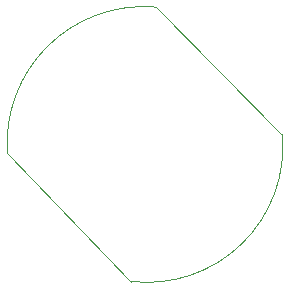
<source format=gbr>
%TF.GenerationSoftware,KiCad,Pcbnew,8.0.7*%
%TF.CreationDate,2025-03-05T23:48:34-06:00*%
%TF.ProjectId,MagEncoder,4d616745-6e63-46f6-9465-722e6b696361,rev?*%
%TF.SameCoordinates,Original*%
%TF.FileFunction,Profile,NP*%
%FSLAX46Y46*%
G04 Gerber Fmt 4.6, Leading zero omitted, Abs format (unit mm)*
G04 Created by KiCad (PCBNEW 8.0.7) date 2025-03-05 23:48:34*
%MOMM*%
%LPD*%
G01*
G04 APERTURE LIST*
%TA.AperFunction,Profile*%
%ADD10C,0.100000*%
%TD*%
G04 APERTURE END LIST*
D10*
X134755372Y-96938165D02*
X145250000Y-107750000D01*
X158034221Y-95311536D02*
G75*
G02*
X145250000Y-107749998I-11475871J-994154D01*
G01*
X134755372Y-96938165D02*
G75*
G02*
X147308345Y-84512291I11552968J882485D01*
G01*
X147308345Y-84512292D02*
X158034221Y-95311536D01*
M02*

</source>
